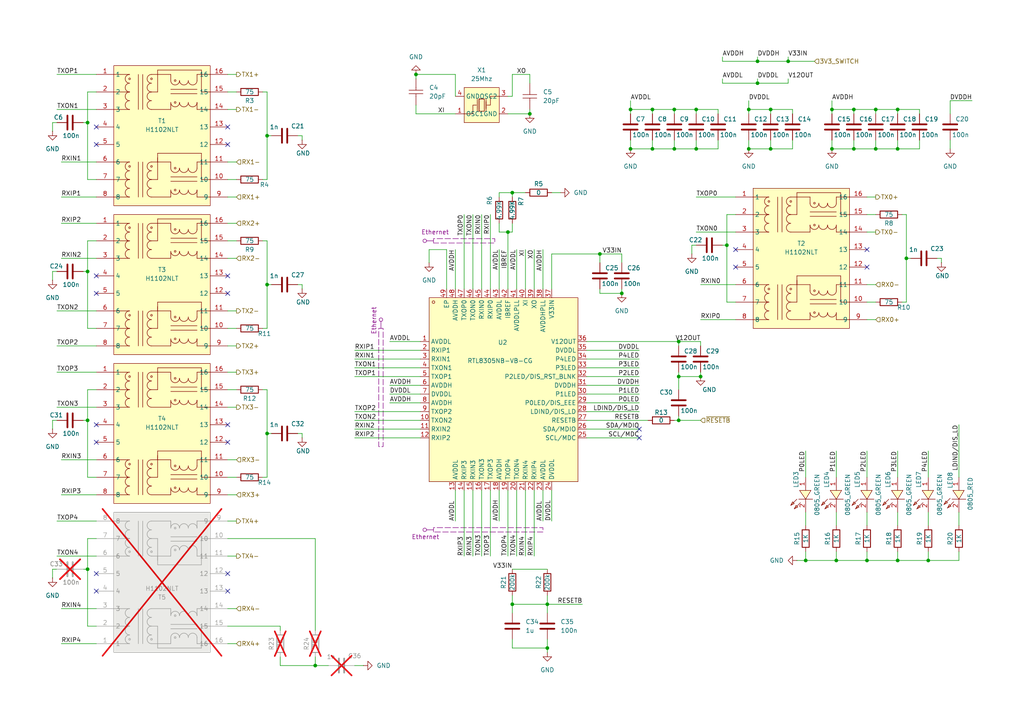
<source format=kicad_sch>
(kicad_sch (version 20250114) (generator "eeschema") (generator_version "9.0")
  (paper "A4")
  (title_block (title "Switch_Ethernet_RTL8305NB") (date "2025-03-21") (rev "1.0") (company "3DResearch"))
  (junction (at 120.65 21.59))
  (junction (at 247.65 31.75))
  (junction (at 173.99 73.66))
  (junction (at 247.65 43.18))
  (junction (at 158.75 187.96))
  (junction (at 196.85 109.22))
  (junction (at 195.58 43.18))
  (junction (at 241.3 43.18))
  (junction (at 254 43.18))
  (junction (at 201.93 43.18))
  (junction (at 147.32 67.31))
  (junction (at 189.23 43.18))
  (junction (at 217.17 31.75))
  (junction (at 241.3 31.75))
  (junction (at 195.58 31.75))
  (junction (at 158.75 175.26))
  (junction (at 260.35 162.56))
  (junction (at 25.4 35.56))
  (junction (at 223.52 31.75))
  (junction (at 153.67 33.02))
  (junction (at 148.59 55.88))
  (junction (at 260.35 43.18))
  (junction (at 242.57 162.56))
  (junction (at 233.68 162.56))
  (junction (at 196.85 99.06))
  (junction (at 189.23 31.75))
  (junction (at 219.71 24.13))
  (junction (at 25.4 78.74))
  (junction (at 25.4 165.1))
  (junction (at 254 31.75))
  (junction (at 210.82 71.12))
  (junction (at 203.2 109.22))
  (junction (at 269.24 162.56))
  (junction (at 148.59 175.26))
  (junction (at 77.47 39.37))
  (junction (at 91.44 193.04))
  (junction (at 201.93 31.75))
  (junction (at 77.47 82.55))
  (junction (at 228.6 17.78))
  (junction (at 25.4 121.92))
  (junction (at 262.89 74.93))
  (junction (at 251.46 162.56))
  (junction (at 77.47 125.73))
  (junction (at 219.71 17.78))
  (junction (at 223.52 43.18))
  (junction (at 182.88 31.75))
  (junction (at 180.34 85.09))
  (junction (at 260.35 31.75))
  (junction (at 196.85 121.92))
  (junction (at 217.17 43.18))
  (junction (at 182.88 43.18))
  (no_connect (at 66.04 36.83))
  (no_connect (at 213.36 77.47))
  (no_connect (at 66.04 123.19))
  (no_connect (at 66.04 85.09))
  (no_connect (at 27.94 166.37))
  (no_connect (at 27.94 171.45))
  (no_connect (at 27.94 123.19))
  (no_connect (at 251.46 77.47))
  (no_connect (at 66.04 128.27))
  (no_connect (at 66.04 80.01))
  (no_connect (at 66.04 41.91))
  (no_connect (at 185.42 127))
  (no_connect (at 27.94 85.09))
  (no_connect (at 66.04 166.37))
  (no_connect (at 213.36 72.39))
  (no_connect (at 27.94 80.01))
  (no_connect (at 251.46 72.39))
  (no_connect (at 66.04 171.45))
  (no_connect (at 185.42 124.46))
  (no_connect (at 27.94 128.27))
  (no_connect (at 27.94 41.91))
  (no_connect (at 27.94 36.83))
  (wire (pts (xy 269.24 152.4) (xy 269.24 148.59)))
  (wire (pts (xy 266.7 43.18) (xy 266.7 40.64)))
  (wire (pts (xy 182.88 40.64) (xy 182.88 43.18)))
  (wire (pts (xy 152.4 72.39) (xy 152.4 83.82)))
  (wire (pts (xy 153.67 21.59) (xy 153.67 24.13)))
  (wire (pts (xy 185.42 111.76) (xy 170.18 111.76)))
  (wire (pts (xy 260.35 40.64) (xy 260.35 43.18)))
  (wire (pts (xy 102.87 124.46) (xy 121.92 124.46)))
  (wire (pts (xy 262.89 74.93) (xy 264.16 74.93)))
  (wire (pts (xy 242.57 162.56) (xy 251.46 162.56)))
  (wire (pts (xy 242.57 152.4) (xy 242.57 148.59)))
  (wire (pts (xy 254 92.71) (xy 251.46 92.71)))
  (wire (pts (xy 266.7 33.02) (xy 266.7 31.75)))
  (wire (pts (xy 229.87 40.64) (xy 229.87 43.18)))
  (wire (pts (xy 91.44 193.04) (xy 95.25 193.04)))
  (wire (pts (xy 27.94 69.85) (xy 25.4 69.85)))
  (wire (pts (xy 102.87 109.22) (xy 121.92 109.22)))
  (wire (pts (xy 17.78 176.53) (xy 27.94 176.53)))
  (wire (pts (xy 16.51 78.74) (xy 15.24 78.74)))
  (wire (pts (xy 148.59 21.59) (xy 153.67 21.59)))
  (wire (pts (xy 275.59 43.18) (xy 275.59 40.64)))
  (wire (pts (xy 142.24 62.23) (xy 142.24 83.82)))
  (wire (pts (xy 200.66 71.12) (xy 200.66 73.66)))
  (wire (pts (xy 113.03 111.76) (xy 121.92 111.76)))
  (wire (pts (xy 124.46 72.39) (xy 124.46 76.2)))
  (wire (pts (xy 247.65 33.02) (xy 247.65 31.75)))
  (wire (pts (xy 147.32 33.02) (xy 153.67 33.02)))
  (wire (pts (xy 203.2 109.22) (xy 203.2 107.95)))
  (wire (pts (xy 25.4 165.1) (xy 25.4 181.61)))
  (wire (pts (xy 144.78 57.15) (xy 144.78 55.88)))
  (wire (pts (xy 278.13 152.4) (xy 278.13 148.59)))
  (wire (pts (xy 208.28 43.18) (xy 201.93 43.18)))
  (wire (pts (xy 189.23 40.64) (xy 189.23 43.18)))
  (wire (pts (xy 132.08 72.39) (xy 132.08 83.82)))
  (wire (pts (xy 254 82.55) (xy 251.46 82.55)))
  (wire (pts (xy 213.36 62.23) (xy 210.82 62.23)))
  (wire (pts (xy 113.03 99.06) (xy 121.92 99.06)))
  (wire (pts (xy 180.34 85.09) (xy 180.34 83.82)))
  (wire (pts (xy 25.4 138.43) (xy 27.94 138.43)))
  (wire (pts (xy 242.57 130.81) (xy 242.57 138.43)))
  (wire (pts (xy 185.42 101.6) (xy 170.18 101.6)))
  (wire (pts (xy 251.46 87.63) (xy 254 87.63)))
  (wire (pts (xy 217.17 31.75) (xy 223.52 31.75)))
  (wire (pts (xy 68.58 46.99) (xy 66.04 46.99)))
  (wire (pts (xy 201.93 31.75) (xy 208.28 31.75)))
  (wire (pts (xy 262.89 74.93) (xy 262.89 87.63)))
  (wire (pts (xy 27.94 156.21) (xy 25.4 156.21)))
  (wire (pts (xy 149.86 142.24) (xy 149.86 161.29)))
  (wire (pts (xy 201.93 71.12) (xy 200.66 71.12)))
  (wire (pts (xy 77.47 82.55) (xy 78.74 82.55)))
  (wire (pts (xy 68.58 90.17) (xy 66.04 90.17)))
  (wire (pts (xy 77.47 125.73) (xy 78.74 125.73)))
  (wire (pts (xy 16.51 21.59) (xy 27.94 21.59)))
  (wire (pts (xy 241.3 29.21) (xy 241.3 31.75)))
  (wire (pts (xy 275.59 29.21) (xy 275.59 33.02)))
  (wire (pts (xy 260.35 130.81) (xy 260.35 138.43)))
  (wire (pts (xy 144.78 72.39) (xy 144.78 83.82)))
  (wire (pts (xy 182.88 43.18) (xy 189.23 43.18)))
  (wire (pts (xy 195.58 33.02) (xy 195.58 31.75)))
  (wire (pts (xy 17.78 74.93) (xy 27.94 74.93)))
  (wire (pts (xy 87.63 39.37) (xy 86.36 39.37)))
  (wire (pts (xy 209.55 24.13) (xy 219.71 24.13)))
  (wire (pts (xy 260.35 33.02) (xy 260.35 31.75)))
  (wire (pts (xy 25.4 52.07) (xy 27.94 52.07)))
  (wire (pts (xy 254 57.15) (xy 251.46 57.15)))
  (wire (pts (xy 66.04 181.61) (xy 81.28 181.61)))
  (wire (pts (xy 132.08 33.02) (xy 120.65 33.02)))
  (wire (pts (xy 254 33.02) (xy 254 31.75)))
  (wire (pts (xy 185.42 116.84) (xy 170.18 116.84)))
  (wire (pts (xy 25.4 121.92) (xy 25.4 138.43)))
  (wire (pts (xy 132.08 27.94) (xy 132.08 21.59)))
  (wire (pts (xy 77.47 113.03) (xy 77.47 125.73)))
  (wire (pts (xy 129.54 72.39) (xy 129.54 83.82)))
  (wire (pts (xy 251.46 162.56) (xy 260.35 162.56)))
  (wire (pts (xy 195.58 43.18) (xy 201.93 43.18)))
  (wire (pts (xy 228.6 22.86) (xy 228.6 24.13)))
  (wire (pts (xy 196.85 107.95) (xy 196.85 109.22)))
  (wire (pts (xy 16.51 107.95) (xy 27.94 107.95)))
  (wire (pts (xy 269.24 130.81) (xy 269.24 138.43)))
  (wire (pts (xy 68.58 161.29) (xy 66.04 161.29)))
  (wire (pts (xy 17.78 133.35) (xy 27.94 133.35)))
  (wire (pts (xy 203.2 82.55) (xy 213.36 82.55)))
  (wire (pts (xy 219.71 16.51) (xy 219.71 17.78)))
  (wire (pts (xy 228.6 17.78) (xy 219.71 17.78)))
  (wire (pts (xy 173.99 73.66) (xy 173.99 76.2)))
  (wire (pts (xy 182.88 29.21) (xy 182.88 31.75)))
  (wire (pts (xy 76.2 113.03) (xy 77.47 113.03)))
  (wire (pts (xy 251.46 160.02) (xy 251.46 162.56)))
  (wire (pts (xy 251.46 152.4) (xy 251.46 148.59)))
  (wire (pts (xy 147.32 67.31) (xy 147.32 83.82)))
  (wire (pts (xy 228.6 24.13) (xy 219.71 24.13)))
  (wire (pts (xy 247.65 40.64) (xy 247.65 43.18)))
  (wire (pts (xy 201.93 57.15) (xy 213.36 57.15)))
  (wire (pts (xy 242.57 160.02) (xy 242.57 162.56)))
  (wire (pts (xy 77.47 26.67) (xy 77.47 39.37)))
  (wire (pts (xy 196.85 99.06) (xy 203.2 99.06)))
  (wire (pts (xy 24.13 121.92) (xy 25.4 121.92)))
  (wire (pts (xy 160.02 73.66) (xy 160.02 83.82)))
  (wire (pts (xy 148.59 55.88) (xy 152.4 55.88)))
  (wire (pts (xy 262.89 62.23) (xy 262.89 74.93)))
  (wire (pts (xy 148.59 165.1) (xy 158.75 165.1)))
  (wire (pts (xy 102.87 101.6) (xy 121.92 101.6)))
  (wire (pts (xy 27.94 26.67) (xy 25.4 26.67)))
  (wire (pts (xy 142.24 142.24) (xy 142.24 161.29)))
  (wire (pts (xy 15.24 121.92) (xy 15.24 124.46)))
  (wire (pts (xy 68.58 74.93) (xy 66.04 74.93)))
  (wire (pts (xy 223.52 33.02) (xy 223.52 31.75)))
  (wire (pts (xy 241.3 31.75) (xy 247.65 31.75)))
  (wire (pts (xy 25.4 35.56) (xy 25.4 52.07)))
  (wire (pts (xy 16.51 161.29) (xy 27.94 161.29)))
  (wire (pts (xy 87.63 125.73) (xy 87.63 127)))
  (wire (pts (xy 266.7 31.75) (xy 260.35 31.75)))
  (wire (pts (xy 91.44 156.21) (xy 91.44 182.88)))
  (wire (pts (xy 16.51 165.1) (xy 15.24 165.1)))
  (wire (pts (xy 260.35 43.18) (xy 266.7 43.18)))
  (wire (pts (xy 25.4 78.74) (xy 25.4 95.25)))
  (wire (pts (xy 148.59 55.88) (xy 148.59 57.15)))
  (wire (pts (xy 273.05 74.93) (xy 273.05 76.2)))
  (wire (pts (xy 231.14 162.56) (xy 233.68 162.56)))
  (wire (pts (xy 132.08 21.59) (xy 120.65 21.59)))
  (wire (pts (xy 153.67 33.02) (xy 153.67 31.75)))
  (wire (pts (xy 66.04 95.25) (xy 68.58 95.25)))
  (wire (pts (xy 15.24 78.74) (xy 15.24 81.28)))
  (wire (pts (xy 210.82 62.23) (xy 210.82 71.12)))
  (wire (pts (xy 139.7 142.24) (xy 139.7 161.29)))
  (wire (pts (xy 76.2 138.43) (xy 77.47 138.43)))
  (wire (pts (xy 208.28 33.02) (xy 208.28 31.75)))
  (wire (pts (xy 278.13 160.02) (xy 278.13 162.56)))
  (wire (pts (xy 147.32 67.31) (xy 148.59 67.31)))
  (wire (pts (xy 87.63 82.55) (xy 86.36 82.55)))
  (wire (pts (xy 185.42 124.46) (xy 170.18 124.46)))
  (wire (pts (xy 16.51 151.13) (xy 27.94 151.13)))
  (wire (pts (xy 233.68 152.4) (xy 233.68 148.59)))
  (wire (pts (xy 185.42 106.68) (xy 170.18 106.68)))
  (wire (pts (xy 273.05 74.93) (xy 271.78 74.93)))
  (wire (pts (xy 185.42 127) (xy 170.18 127)))
  (wire (pts (xy 147.32 142.24) (xy 147.32 161.29)))
  (wire (pts (xy 77.47 125.73) (xy 77.47 138.43)))
  (wire (pts (xy 102.87 127) (xy 121.92 127)))
  (wire (pts (xy 201.93 31.75) (xy 195.58 31.75)))
  (wire (pts (xy 17.78 143.51) (xy 27.94 143.51)))
  (wire (pts (xy 137.16 142.24) (xy 137.16 161.29)))
  (wire (pts (xy 182.88 33.02) (xy 182.88 31.75)))
  (wire (pts (xy 254 67.31) (xy 251.46 67.31)))
  (wire (pts (xy 160.02 151.13) (xy 160.02 142.24)))
  (wire (pts (xy 170.18 121.92) (xy 187.96 121.92)))
  (wire (pts (xy 185.42 109.22) (xy 170.18 109.22)))
  (wire (pts (xy 81.28 190.5) (xy 81.28 193.04)))
  (wire (pts (xy 223.52 43.18) (xy 229.87 43.18)))
  (wire (pts (xy 158.75 172.72) (xy 158.75 175.26)))
  (wire (pts (xy 233.68 162.56) (xy 242.57 162.56)))
  (wire (pts (xy 251.46 62.23) (xy 254 62.23)))
  (wire (pts (xy 217.17 40.64) (xy 217.17 43.18)))
  (wire (pts (xy 16.51 100.33) (xy 27.94 100.33)))
  (wire (pts (xy 162.56 55.88) (xy 160.02 55.88)))
  (wire (pts (xy 17.78 64.77) (xy 27.94 64.77)))
  (wire (pts (xy 24.13 78.74) (xy 25.4 78.74)))
  (wire (pts (xy 260.35 152.4) (xy 260.35 148.59)))
  (wire (pts (xy 254 31.75) (xy 260.35 31.75)))
  (wire (pts (xy 254 43.18) (xy 260.35 43.18)))
  (wire (pts (xy 173.99 85.09) (xy 180.34 85.09)))
  (wire (pts (xy 120.65 33.02) (xy 120.65 30.48)))
  (wire (pts (xy 185.42 119.38) (xy 170.18 119.38)))
  (wire (pts (xy 16.51 31.75) (xy 27.94 31.75)))
  (wire (pts (xy 196.85 120.65) (xy 196.85 121.92)))
  (wire (pts (xy 209.55 16.51) (xy 209.55 17.78)))
  (wire (pts (xy 76.2 26.67) (xy 77.47 26.67)))
  (wire (pts (xy 217.17 29.21) (xy 217.17 31.75)))
  (wire (pts (xy 66.04 138.43) (xy 68.58 138.43)))
  (wire (pts (xy 281.94 29.21) (xy 275.59 29.21)))
  (wire (pts (xy 189.23 31.75) (xy 195.58 31.75)))
  (wire (pts (xy 102.87 119.38) (xy 121.92 119.38)))
  (wire (pts (xy 196.85 121.92) (xy 203.2 121.92)))
  (wire (pts (xy 68.58 64.77) (xy 66.04 64.77)))
  (wire (pts (xy 17.78 57.15) (xy 27.94 57.15)))
  (wire (pts (xy 87.63 39.37) (xy 87.63 40.64)))
  (wire (pts (xy 241.3 43.18) (xy 247.65 43.18)))
  (wire (pts (xy 196.85 109.22) (xy 196.85 113.03)))
  (wire (pts (xy 66.04 156.21) (xy 91.44 156.21)))
  (wire (pts (xy 132.08 151.13) (xy 132.08 142.24)))
  (wire (pts (xy 180.34 73.66) (xy 180.34 76.2)))
  (wire (pts (xy 157.48 151.13) (xy 157.48 142.24)))
  (wire (pts (xy 148.59 67.31) (xy 148.59 64.77)))
  (wire (pts (xy 129.54 72.39) (xy 124.46 72.39)))
  (wire (pts (xy 76.2 95.25) (xy 77.47 95.25)))
  (wire (pts (xy 228.6 16.51) (xy 228.6 17.78)))
  (wire (pts (xy 251.46 130.81) (xy 251.46 138.43)))
  (wire (pts (xy 15.24 165.1) (xy 15.24 167.64)))
  (wire (pts (xy 16.51 90.17) (xy 27.94 90.17)))
  (wire (pts (xy 260.35 160.02) (xy 260.35 162.56)))
  (wire (pts (xy 15.24 35.56) (xy 15.24 38.1)))
  (wire (pts (xy 229.87 33.02) (xy 229.87 31.75)))
  (wire (pts (xy 201.93 43.18) (xy 201.93 40.64)))
  (wire (pts (xy 68.58 107.95) (xy 66.04 107.95)))
  (wire (pts (xy 139.7 62.23) (xy 139.7 83.82)))
  (wire (pts (xy 68.58 100.33) (xy 66.04 100.33)))
  (wire (pts (xy 68.58 186.69) (xy 66.04 186.69)))
  (wire (pts (xy 203.2 92.71) (xy 213.36 92.71)))
  (wire (pts (xy 217.17 43.18) (xy 223.52 43.18)))
  (wire (pts (xy 261.62 62.23) (xy 262.89 62.23)))
  (wire (pts (xy 148.59 185.42) (xy 148.59 187.96)))
  (wire (pts (xy 68.58 143.51) (xy 66.04 143.51)))
  (wire (pts (xy 148.59 175.26) (xy 158.75 175.26)))
  (wire (pts (xy 269.24 160.02) (xy 269.24 162.56)))
  (wire (pts (xy 195.58 121.92) (xy 196.85 121.92)))
  (wire (pts (xy 102.87 104.14) (xy 121.92 104.14)))
  (wire (pts (xy 25.4 69.85) (xy 25.4 78.74)))
  (wire (pts (xy 17.78 46.99) (xy 27.94 46.99)))
  (wire (pts (xy 66.04 69.85) (xy 68.58 69.85)))
  (wire (pts (xy 148.59 177.8) (xy 148.59 175.26)))
  (wire (pts (xy 223.52 40.64) (xy 223.52 43.18)))
  (wire (pts (xy 149.86 72.39) (xy 149.86 83.82)))
  (wire (pts (xy 203.2 99.06) (xy 203.2 100.33)))
  (wire (pts (xy 81.28 181.61) (xy 81.28 182.88)))
  (wire (pts (xy 120.65 21.59) (xy 120.65 22.86)))
  (wire (pts (xy 144.78 151.13) (xy 144.78 142.24)))
  (wire (pts (xy 158.75 187.96) (xy 158.75 185.42)))
  (wire (pts (xy 182.88 31.75) (xy 189.23 31.75)))
  (wire (pts (xy 209.55 22.86) (xy 209.55 24.13)))
  (wire (pts (xy 16.51 35.56) (xy 15.24 35.56)))
  (wire (pts (xy 25.4 156.21) (xy 25.4 165.1)))
  (wire (pts (xy 219.71 24.13) (xy 219.71 22.86)))
  (wire (pts (xy 157.48 72.39) (xy 157.48 83.82)))
  (wire (pts (xy 102.87 121.92) (xy 121.92 121.92)))
  (wire (pts (xy 201.93 33.02) (xy 201.93 31.75)))
  (wire (pts (xy 241.3 40.64) (xy 241.3 43.18)))
  (wire (pts (xy 278.13 123.19) (xy 278.13 138.43)))
  (wire (pts (xy 76.2 69.85) (xy 77.47 69.85)))
  (wire (pts (xy 217.17 33.02) (xy 217.17 31.75)))
  (wire (pts (xy 233.68 160.02) (xy 233.68 162.56)))
  (wire (pts (xy 154.94 72.39) (xy 154.94 83.82)))
  (wire (pts (xy 158.75 175.26) (xy 158.75 177.8)))
  (wire (pts (xy 68.58 31.75) (xy 66.04 31.75)))
  (wire (pts (xy 148.59 187.96) (xy 158.75 187.96)))
  (wire (pts (xy 113.03 116.84) (xy 121.92 116.84)))
  (wire (pts (xy 68.58 176.53) (xy 66.04 176.53)))
  (wire (pts (xy 87.63 125.73) (xy 86.36 125.73)))
  (wire (pts (xy 66.04 26.67) (xy 68.58 26.67)))
  (wire (pts (xy 152.4 142.24) (xy 152.4 161.29)))
  (wire (pts (xy 148.59 27.94) (xy 148.59 21.59)))
  (wire (pts (xy 25.4 113.03) (xy 25.4 121.92)))
  (wire (pts (xy 134.62 142.24) (xy 134.62 161.29)))
  (wire (pts (xy 77.47 82.55) (xy 77.47 95.25)))
  (wire (pts (xy 173.99 83.82) (xy 173.99 85.09)))
  (wire (pts (xy 158.75 189.23) (xy 158.75 187.96)))
  (wire (pts (xy 68.58 133.35) (xy 66.04 133.35)))
  (wire (pts (xy 147.32 27.94) (xy 148.59 27.94)))
  (wire (pts (xy 137.16 62.23) (xy 137.16 83.82)))
  (wire (pts (xy 180.34 73.66) (xy 173.99 73.66)))
  (wire (pts (xy 209.55 17.78) (xy 219.71 17.78)))
  (wire (pts (xy 77.47 39.37) (xy 77.47 52.07)))
  (wire (pts (xy 68.58 21.59) (xy 66.04 21.59)))
  (wire (pts (xy 208.28 40.64) (xy 208.28 43.18)))
  (wire (pts (xy 210.82 87.63) (xy 213.36 87.63)))
  (wire (pts (xy 201.93 67.31) (xy 213.36 67.31)))
  (wire (pts (xy 27.94 113.03) (xy 25.4 113.03)))
  (wire (pts (xy 77.47 39.37) (xy 78.74 39.37)))
  (wire (pts (xy 25.4 26.67) (xy 25.4 35.56)))
  (wire (pts (xy 91.44 193.04) (xy 91.44 190.5)))
  (wire (pts (xy 154.94 142.24) (xy 154.94 161.29)))
  (wire (pts (xy 68.58 118.11) (xy 66.04 118.11)))
  (wire (pts (xy 77.47 52.07) (xy 76.2 52.07)))
  (wire (pts (xy 254 40.64) (xy 254 43.18)))
  (wire (pts (xy 144.78 64.77) (xy 144.78 67.31)))
  (wire (pts (xy 24.13 165.1) (xy 25.4 165.1)))
  (wire (pts (xy 269.24 162.56) (xy 278.13 162.56)))
  (wire (pts (xy 223.52 31.75) (xy 229.87 31.75)))
  (wire (pts (xy 260.35 162.56) (xy 269.24 162.56)))
  (wire (pts (xy 196.85 99.06) (xy 196.85 100.33)))
  (wire (pts (xy 144.78 67.31) (xy 147.32 67.31)))
  (wire (pts (xy 81.28 193.04) (xy 91.44 193.04)))
  (wire (pts (xy 247.65 43.18) (xy 254 43.18)))
  (wire (pts (xy 16.51 118.11) (xy 27.94 118.11)))
  (wire (pts (xy 189.23 33.02) (xy 189.23 31.75)))
  (wire (pts (xy 17.78 186.69) (xy 27.94 186.69)))
  (wire (pts (xy 68.58 151.13) (xy 66.04 151.13)))
  (wire (pts (xy 66.04 113.03) (xy 68.58 113.03)))
  (wire (pts (xy 195.58 40.64) (xy 195.58 43.18)))
  (wire (pts (xy 189.23 43.18) (xy 195.58 43.18)))
  (wire (pts (xy 196.85 109.22) (xy 203.2 109.22)))
  (wire (pts (xy 233.68 130.81) (xy 233.68 138.43)))
  (wire (pts (xy 185.42 114.3) (xy 170.18 114.3)))
  (wire (pts (xy 209.55 71.12) (xy 210.82 71.12)))
  (wire (pts (xy 247.65 31.75) (xy 254 31.75)))
  (wire (pts (xy 68.58 57.15) (xy 66.04 57.15)))
  (wire (pts (xy 144.78 55.88) (xy 148.59 55.88)))
  (wire (pts (xy 168.91 175.26) (xy 158.75 175.26)))
  (wire (pts (xy 173.99 73.66) (xy 160.02 73.66)))
  (wire (pts (xy 25.4 95.25) (xy 27.94 95.25)))
  (wire (pts (xy 210.82 71.12) (xy 210.82 87.63)))
  (wire (pts (xy 261.62 87.63) (xy 262.89 87.63)))
  (wire (pts (xy 241.3 33.02) (xy 241.3 31.75)))
  (wire (pts (xy 148.59 172.72) (xy 148.59 175.26)))
  (wire (pts (xy 102.87 106.68) (xy 121.92 106.68)))
  (wire (pts (xy 66.04 52.07) (xy 68.58 52.07)))
  (wire (pts (xy 77.47 69.85) (xy 77.47 82.55)))
  (wire (pts (xy 228.6 17.78) (xy 236.22 17.78)))
  (wire (pts (xy 113.03 114.3) (xy 121.92 114.3)))
  (wire (pts (xy 24.13 35.56) (xy 25.4 35.56)))
  (wire (pts (xy 196.85 99.06) (xy 170.18 99.06)))
  (wire (pts (xy 105.41 193.04) (xy 102.87 193.04)))
  (wire (pts (xy 25.4 181.61) (xy 27.94 181.61)))
  (wire (pts (xy 185.42 104.14) (xy 170.18 104.14)))
  (wire (pts (xy 87.63 82.55) (xy 87.63 83.82)))
  (wire (pts (xy 16.51 121.92) (xy 15.24 121.92)))
  (wire (pts (xy 134.62 62.23) (xy 134.62 83.82)))
  (label "AVDDL" (at 132.08 151.13 90))
  (label "TXON4" (at 16.51 161.29 0))
  (label "TXON1" (at 16.51 31.75 0))
  (label "V33IN" (at 228.6 16.51 0))
  (label "RXIN2" (at 17.78 74.93 0))
  (label "IBREF" (at 147.32 72.39 270))
  (label "TXON2" (at 16.51 90.17 0))
  (label "TXOP3" (at 142.24 161.29 90))
  (label "TXON0" (at 201.93 67.31 0))
  (label "AVDDL" (at 149.86 72.39 270))
  (label "P0LED" (at 233.68 130.81 270))
  (label "TXOP2" (at 16.51 100.33 0))
  (label "DVDDH" (at 281.94 29.21 180))
  (label "SDA/MDIO" (at 185.42 124.46 180))
  (label "V12OUT" (at 203.2 99.06 180))
  (label "DVDDL" (at 217.17 29.21 0))
  (label "DVDDH" (at 219.71 16.51 0))
  (label "AVDDH" (at 113.03 111.76 0))
  (label "V12OUT" (at 228.6 22.86 0))
  (label "TXON4" (at 149.86 161.29 90))
  (label "DVDDL" (at 219.71 22.86 0))
  (label "TXON2" (at 102.87 121.92 0))
  (label "XI" (at 127 33.02 0))
  (label "RXIP4" (at 154.94 161.29 90))
  (label "LDIND/DIS_LD" (at 278.13 123.19 270))
  (label "TXOP0" (at 201.93 57.15 0))
  (label "P3LED" (at 260.35 130.81 270))
  (label "AVDDH" (at 113.03 116.84 0))
  (label "RXIP3" (at 134.62 161.29 90))
  (label "RXIN3" (at 137.16 161.29 90))
  (label "TXOP1" (at 102.87 109.22 0))
  (label "RXIN3" (at 17.78 133.35 0))
  (label "RXIP1" (at 17.78 57.15 0))
  (label "RXIN4" (at 152.4 161.29 90))
  (label "RXIN2" (at 102.87 124.46 0))
  (label "AVDDL" (at 209.55 22.86 0))
  (label "RESETB" (at 185.42 121.92 180))
  (label "DVDDL" (at 160.02 151.13 90))
  (label "TXON1" (at 102.87 106.68 0))
  (label "P2LED" (at 251.46 130.81 270))
  (label "RXIN1" (at 17.78 46.99 0))
  (label "RXIP0" (at 203.2 92.71 0))
  (label "P4LED" (at 185.42 104.14 180))
  (label "RXIP2" (at 17.78 64.77 0))
  (label "TXON3" (at 16.51 118.11 0))
  (label "TXOP2" (at 102.87 119.38 0))
  (label "P3LED" (at 185.42 106.68 180))
  (label "DVDDH" (at 185.42 111.76 180))
  (label "RXIP2" (at 102.87 127 0))
  (label "LDIND/DIS_LD" (at 185.42 119.38 180))
  (label "V33IN" (at 180.34 73.66 180))
  (label "P1LED" (at 242.57 130.81 270))
  (label "AVDDH" (at 157.48 72.39 270))
  (label "P0LED" (at 185.42 116.84 180))
  (label "RXIP4" (at 17.78 186.69 0))
  (label "TXOP0" (at 134.62 62.23 270))
  (label "TXOP3" (at 16.51 107.95 0))
  (label "RXIP3" (at 17.78 143.51 0))
  (label "V33IN" (at 148.59 165.1 180))
  (label "AVDDL" (at 144.78 72.39 270))
  (label "AVDDL" (at 113.03 99.06 0))
  (label "TXON3" (at 139.7 161.29 90))
  (label "P1LED" (at 185.42 114.3 180))
  (label "XO" (at 154.94 72.39 270))
  (label "TXOP1" (at 16.51 21.59 0))
  (label "RXIP1" (at 102.87 101.6 0))
  (label "DVDDL" (at 113.03 114.3 0))
  (label "AVDDH" (at 209.55 16.51 0))
  (label "AVDDH" (at 144.78 151.13 90))
  (label "DVDDL" (at 185.42 101.6 180))
  (label "TXON0" (at 137.16 62.23 270))
  (label "RXIN0" (at 203.2 82.55 0))
  (label "TXOP4" (at 16.51 151.13 0))
  (label "P4LED" (at 269.24 130.81 270))
  (label "XI" (at 152.4 72.39 270))
  (label "RXIN0" (at 139.7 62.23 270))
  (label "RXIN4" (at 17.78 176.53 0))
  (label "RXIN1" (at 102.87 104.14 0))
  (label "AVDDL" (at 182.88 29.21 0))
  (label "RXIP0" (at 142.24 62.23 270))
  (label "RESETB" (at 168.91 175.26 180))
  (label "AVDDH" (at 241.3 29.21 0))
  (label "AVDDH" (at 132.08 72.39 270))
  (label "SCL/MDC" (at 185.42 127 180))
  (label "TXOP4" (at 147.32 161.29 90))
  (label "P2LED" (at 185.42 109.22 180))
  (label "XO" (at 149.86 21.59 0))
  (label "AVDDL" (at 157.48 151.13 90))
  (hierarchical_label "TX3-" (shape output) (at 68.58 118.11 0))
  (hierarchical_label "TX4+" (shape output) (at 68.58 151.13 0))
  (hierarchical_label "TX0+" (shape output) (at 254 57.15 0))
  (hierarchical_label "RX1+" (shape input) (at 68.58 57.15 0))
  (hierarchical_label "3V3_SWITCH" (shape input) (at 236.22 17.78 0))
  (hierarchical_label "TX0-" (shape output) (at 254 67.31 0))
  (hierarchical_label "RX4-" (shape input) (at 68.58 176.53 0))
  (hierarchical_label "~{RESETB}" (shape input) (at 203.2 121.92 0))
  (hierarchical_label "RX0-" (shape input) (at 254 82.55 0))
  (hierarchical_label "TX1+" (shape output) (at 68.58 21.59 0))
  (hierarchical_label "RX0+" (shape input) (at 254 92.71 0))
  (hierarchical_label "RX4+" (shape input) (at 68.58 186.69 0))
  (hierarchical_label "TX4-" (shape output) (at 68.58 161.29 0))
  (hierarchical_label "RX1-" (shape input) (at 68.58 46.99 0))
  (hierarchical_label "TX1-" (shape output) (at 68.58 31.75 0))
  (hierarchical_label "RX2+" (shape input) (at 68.58 64.77 0))
  (hierarchical_label "TX2+" (shape output) (at 68.58 100.33 0))
  (hierarchical_label "TX2-" (shape output) (at 68.58 90.17 0))
  (hierarchical_label "TX3+" (shape output) (at 68.58 107.95 0))
  (hierarchical_label "RX3-" (shape input) (at 68.58 133.35 0))
  (hierarchical_label "RX2-" (shape input) (at 68.58 74.93 0))
  (hierarchical_label "RX3+" (shape input) (at 68.58 143.51 0))
  (rule_area (polyline (pts (xy 125.73 70.485) (xy 125.73 69.215) (xy 143.51 69.215) (xy 143.51 70.485)) (stroke (width 0) (type dash) (color 132 0 132 1))))
  (rule_area (polyline (pts (xy 109.855 95.25) (xy 111.125 95.25) (xy 111.125 129.54) (xy 109.855 129.54)) (stroke (width 0) (type dash) (color 132 0 132 1))))
  (rule_area (polyline (pts (xy 125.73 154.305) (xy 125.73 153.035) (xy 157.48 153.035) (xy 157.48 154.305)) (stroke (width 0) (type dash) (color 132 0 132 1))))
  (netclass_flag "" (length 2.54) (shape round) (at 125.73 153.67 90) (property "Netclass" "Ethernet" (at 119.38 155.702 0) (effects (justify left))))
  (netclass_flag "" (length 2.54) (shape round) (at 110.49 95.25 0) (property "Netclass" "Ethernet" (at 108.458 88.9 90) (effects (justify right))))
  (netclass_flag "" (length 2.54) (shape round) (at 125.73 69.85 90) (property "Netclass" "Ethernet" (at 122.174 67.31 0) (effects (justify left))))
  (symbol (lib_id "Device:C") (at 173.99 80.01 0) (unit 1)
    (property "Reference" "C25" (at 175.514 77.724 0) (effects (justify left)))
    (property "Value" "100n" (at 174.498 82.296 0) (effects (justify left)))
    (property "Footprint" "Capacitor_SMD:C_0603_1608Metric" (effects (hide yes)))
    (property "LCSC Part" "C14663" (effects (hide yes)))
    (property "LCSC" "C14663" (effects (hide yes)))
    (instances (project "SB2_REV_1" (path "" (reference "C25") (unit 1))) (project "SB2_REV_1" (path "" (reference "C12") (unit 1))) (project "SB2_REV_1" (path "" (reference "C12") (unit 1))))
  )
  (symbol (lib_id "Device:C") (at 229.87 36.83 0) (unit 1)
    (property "Reference" "C14" (at 231.394 34.544 0) (effects (justify left)))
    (property "Value" "100n" (at 230.378 39.116 0) (effects (justify left)))
    (property "Footprint" "Capacitor_SMD:C_0603_1608Metric" (effects (hide yes)))
    (property "LCSC Part" "C14663" (effects (hide yes)))
    (property "LCSC" "C14663" (effects (hide yes)))
    (instances (project "SB2_REV_1" (path "" (reference "C14") (unit 1))) (project "SB2_REV_1" (path "" (reference "C25") (unit 1))) (project "SB2_REV_1" (path "" (reference "C25") (unit 1))))
  )
  (symbol (lib_id "Device:C") (at 20.32 165.1 270) (mirror x) (unit 1) (exclude_from_sim yes) (in_bom no) (on_board no) (dnp yes)
    (property "Reference" "C33" (at 18.288 163.576 90) (effects (justify right)))
    (property "Value" "100n" (at 23.114 168.91 90) (effects (justify right)))
    (property "Footprint" "Capacitor_SMD:C_0603_1608Metric" (effects (hide yes)))
    (property "LCSC Part" "C14663" (effects (hide yes)))
    (instances (project "SB2_REV_1" (path "" (reference "C33") (unit 1))) (project "SB2_REV_1" (path "" (reference "C5") (unit 1))) (project "SB2_REV_1" (path "" (reference "C5") (unit 1))))
  )
  (symbol (lib_id "Device:C") (at 20.32 121.92 270) (mirror x) (unit 1)
    (property "Reference" "C31" (at 18.288 120.396 90) (effects (justify right)))
    (property "Value" "100n" (at 23.114 125.73 90) (effects (justify right)))
    (property "Footprint" "Capacitor_SMD:C_0603_1608Metric" (effects (hide yes)))
    (property "LCSC Part" "C14663" (effects (hide yes)))
    (property "LCSC" "C14663" (effects (hide yes)))
    (instances (project "SB2_REV_1" (path "" (reference "C31") (unit 1))) (project "SB2_REV_1" (path "" (reference "C2") (unit 1))) (project "SB2_REV_1" (path "" (reference "C2") (unit 1))))
  )
  (symbol (lib_id "Device:R") (at 251.46 156.21 180) (unit 1)
    (property "Reference" "R17" (at 248.92 156.21 90))
    (property "Value" "1K" (at 251.46 156.21 90))
    (property "Footprint" "Resistor_SMD:R_0603_1608Metric" (effects (hide yes)))
    (property "LCSC Part" "C21190" (effects (hide yes)))
    (property "LCSC" "C21190" (effects (hide yes)))
  )
  (symbol (lib_id "jlcpcb_parts:RTL8305NB-VB-CG") (at 146.05 113.03 0) (unit 1)
    (property "Reference" "U2" (at 145.796 99.314 0))
    (property "Value" "RTL8305NB-VB-CG" (at 145.034 104.648 0))
    (property "Footprint" "easyeda2kicad:QFN-48_L6.0-W6.0-P0.40-TL-EP4.4" (effects (hide yes)))
    (property "LCSC Part" "C3010343" (effects (hide yes)))
    (property "LCSC" "C3010343" (effects (hide yes)))
    (instances (project "" (path "" (reference "U2") (unit 1))) (project "" (path "" (reference "U5") (unit 1))) (project "" (path "" (reference "U5") (unit 1))))
  )
  (symbol (lib_id "easyeda2kicad:0805G(Green)") (at 233.68 143.51 90) (unit 1)
    (property "Reference" "LED3" (at 230.886 136.652 0) (effects (justify right)))
    (property "Value" "0805_GREEN" (at 236.982 137.414 0) (effects (justify right)))
    (property "Footprint" "easyeda2kicad:LED0805-R-RD" (effects (hide yes)))
    (property "Datasheet" "https://lcsc.com/product-detail/Light-Emitting-Diodes-LED_Green-0805-Highlighted_C2297.html" (effects (hide yes)))
    (property "LCSC Part" "C2297" (effects (hide yes)))
    (property "LCSC" "C2297" (effects (hide yes)))
  )
  (symbol (lib_id "Device:C") (at 82.55 125.73 270) (mirror x) (unit 1)
    (property "Reference" "C32" (at 86.36 122.936 90))
    (property "Value" "1n" (at 79.502 123.19 90))
    (property "Footprint" "Capacitor_SMD:C_0603_1608Metric" (effects (hide yes)))
    (property "LCSC Part" "C1588" (effects (hide yes)))
    (property "LCSC" "C1588" (effects (hide yes)))
  )
  (symbol (lib_id "Device:C") (at 182.88 36.83 0) (unit 1)
    (property "Reference" "C7" (at 184.404 34.544 0) (effects (justify left)))
    (property "Value" "100n" (at 183.388 39.116 0) (effects (justify left)))
    (property "Footprint" "Capacitor_SMD:C_0603_1608Metric" (effects (hide yes)))
    (property "LCSC Part" "C14663" (effects (hide yes)))
    (property "LCSC" "C14663" (effects (hide yes)))
    (instances (project "SB2_REV_1" (path "" (reference "C7") (unit 1))) (project "SB2_REV_1" (path "" (reference "C14") (unit 1))) (project "SB2_REV_1" (path "" (reference "C14") (unit 1))))
  )
  (symbol (lib_id "Device:C") (at 267.97 74.93 270) (mirror x) (unit 1)
    (property "Reference" "C23" (at 271.78 72.136 90))
    (property "Value" "1n" (at 264.922 72.39 90))
    (property "Footprint" "Capacitor_SMD:C_0603_1608Metric" (effects (hide yes)))
    (property "LCSC Part" "C1588" (effects (hide yes)))
    (property "LCSC" "C1588" (effects (hide yes)))
  )
  (symbol (lib_id "Device:C") (at 158.75 181.61 0) (unit 1)
    (property "Reference" "C35" (at 162.56 180.34 0) (effects (justify left)))
    (property "Value" "100n" (at 162.56 182.88 0) (effects (justify left)))
    (property "Footprint" "Capacitor_SMD:C_0603_1608Metric" (effects (hide yes)))
    (property "LCSC Part" "C14663" (effects (hide yes)))
    (property "LCSC" "C14663" (effects (hide yes)))
    (instances (project "SB2_REV_1" (path "" (reference "C35") (unit 1))) (project "SB2_REV_1" (path "" (reference "C22") (unit 1))) (project "SB2_REV_1" (path "" (reference "C22") (unit 1))))
  )
  (symbol (lib_id "power:GND") (at 120.65 21.59 180) (unit 1)
    (property "Reference" "#PWR027" (effects (hide yes)))
    (property "Value" "GND" (at 120.65 16.51 0))
    (property "Description" "Power symbol creates a global label with name \"GND\" , ground" (effects (hide yes)))
    (instances (project "SB2_REV_1" (path "" (reference "#PWR027") (unit 1))) (project "SB2_REV_1" (path "" (reference "#PWR016") (unit 1))) (project "SB2_REV_1" (path "" (reference "#PWR016") (unit 1))))
  )
  (symbol (lib_id "power:GND") (at 162.56 55.88 90) (unit 1)
    (property "Reference" "#PWR035" (effects (hide yes)))
    (property "Value" "GND" (at 166.37 55.8799 90) (effects (justify right)))
    (property "Description" "Power symbol creates a global label with name \"GND\" , ground" (effects (hide yes)))
    (instances (project "SB2_REV_1" (path "" (reference "#PWR035") (unit 1))) (project "SB2_REV_1" (path "" (reference "#PWR020") (unit 1))) (project "SB2_REV_1" (path "" (reference "#PWR020") (unit 1))))
  )
  (symbol (lib_id "Device:R") (at 72.39 52.07 270) (unit 1)
    (property "Reference" "R4" (at 76.708 53.594 90))
    (property "Value" "75" (at 72.39 52.07 90))
    (property "Footprint" "Resistor_SMD:R_0603_1608Metric" (effects (hide yes)))
    (property "LCSC Part" "C4275" (effects (hide yes)))
    (property "LCSC" "C4275" (effects (hide yes)))
    (instances (project "SB2_REV_1" (path "" (reference "R4") (unit 1))) (project "SB2_REV_1" (path "" (reference "R5") (unit 1))) (project "SB2_REV_1" (path "" (reference "R5") (unit 1))))
  )
  (symbol (lib_id "power:GND") (at 158.75 189.23 0) (unit 1)
    (property "Reference" "#PWR047" (effects (hide yes)))
    (property "Value" "GND" (at 158.75 194.31 0))
    (property "Description" "Power symbol creates a global label with name \"GND\" , ground" (effects (hide yes)))
    (instances (project "" (path "" (reference "#PWR047") (unit 1))) (project "" (path "" (reference "#PWR025") (unit 1))) (project "" (path "" (reference "#PWR025") (unit 1))))
  )
  (symbol (lib_id "Device:C") (at 195.58 36.83 0) (unit 1)
    (property "Reference" "C9" (at 197.104 34.544 0) (effects (justify left)))
    (property "Value" "100n" (at 196.088 39.116 0) (effects (justify left)))
    (property "Footprint" "Capacitor_SMD:C_0603_1608Metric" (effects (hide yes)))
    (property "LCSC Part" "C14663" (effects (hide yes)))
    (property "LCSC" "C14663" (effects (hide yes)))
    (instances (project "SB2_REV_1" (path "" (reference "C9") (unit 1))) (project "SB2_REV_1" (path "" (reference "C17") (unit 1))) (project "SB2_REV_1" (path "" (reference "C17") (unit 1))))
  )
  (symbol (lib_id "Device:R") (at 148.59 60.96 0) (unit 1)
    (property "Reference" "R7" (at 151.13 58.42 90))
    (property "Value" "4.99K" (at 148.59 60.96 90))
    (property "Footprint" "Resistor_SMD:R_0603_1608Metric" (effects (hide yes)))
    (property "LCSC Part" "C23046" (effects (hide yes)))
    (property "LCSC" "C23046" (effects (hide yes)))
    (instances (project "SB2_REV_1" (path "" (reference "R7") (unit 1))) (project "SB2_REV_1" (path "" (reference "R14") (unit 1))) (project "SB2_REV_1" (path "" (reference "R14") (unit 1))))
  )
  (symbol (lib_id "easyeda2kicad:0805G(Green)") (at 269.24 143.51 90) (unit 1)
    (property "Reference" "LED7" (at 266.446 136.652 0) (effects (justify right)))
    (property "Value" "0805_GREEN" (at 272.542 137.414 0) (effects (justify right)))
    (property "Footprint" "easyeda2kicad:LED0805-R-RD" (effects (hide yes)))
    (property "Datasheet" "https://lcsc.com/product-detail/Light-Emitting-Diodes-LED_Green-0805-Highlighted_C2297.html" (effects (hide yes)))
    (property "LCSC Part" "C2297" (effects (hide yes)))
    (property "LCSC" "C2297" (effects (hide yes)))
  )
  (symbol (lib_id "Device:C") (at 189.23 36.83 0) (unit 1)
    (property "Reference" "C8" (at 190.754 34.544 0) (effects (justify left)))
    (property "Value" "100n" (at 189.738 39.116 0) (effects (justify left)))
    (property "Footprint" "Capacitor_SMD:C_0603_1608Metric" (effects (hide yes)))
    (property "LCSC Part" "C14663" (effects (hide yes)))
    (property "LCSC" "C14663" (effects (hide yes)))
    (instances (project "SB2_REV_1" (path "" (reference "C8") (unit 1))) (project "SB2_REV_1" (path "" (reference "C15") (unit 1))) (project "SB2_REV_1" (path "" (reference "C15") (unit 1))))
  )
  (symbol (lib_id "easyeda2kicad:FC-2012HRK-620D") (at 278.13 143.51 90) (unit 1)
    (property "Reference" "LED8" (at 275.59 141.732 0) (effects (justify left)))
    (property "Value" "0805_RED" (at 281.432 148.082 0) (effects (justify left)))
    (property "Footprint" "easyeda2kicad:LED0805-R-RD" (effects (hide yes)))
    (property "Datasheet" "https://lcsc.com/product-detail/Light-Emitting-Diodes-LED_Red-LED-SMDLED-80-180mcd_C84256.html" (effects (hide yes)))
    (property "LCSC Part" "C84256" (effects (hide yes)))
    (property "LCSC" "C84256" (effects (hide yes)))
  )
  (symbol (lib_id "Device:R") (at 72.39 138.43 270) (unit 1)
    (property "Reference" "R14" (at 76.708 139.954 90))
    (property "Value" "75" (at 72.39 138.43 90))
    (property "Footprint" "Resistor_SMD:R_0603_1608Metric" (effects (hide yes)))
    (property "LCSC Part" "C4275" (effects (hide yes)))
    (property "LCSC" "C4275" (effects (hide yes)))
  )
  (symbol (lib_id "power:GND") (at 87.63 83.82 0) (unit 1)
    (property "Reference" "#PWR040" (effects (hide yes)))
    (property "Value" "GND" (at 85.852 87.63 0) (effects (justify left)))
    (property "Description" "Power symbol creates a global label with name \"GND\" , ground" (effects (hide yes)))
  )
  (symbol (lib_id "jlcpcb_parts:H1102NLT") (at 45.72 176.53 0) (mirror x) (unit 1) (exclude_from_sim yes) (in_bom no) (on_board no) (dnp yes)
    (property "Reference" "T5" (at 46.99 173.228 0))
    (property "Value" "H1102NLT" (at 46.99 170.688 0))
    (property "Footprint" "easyeda2kicad:XFMR-SMD_H1102NLT" (effects (hide yes)))
    (property "Datasheet" "https://lcsc.com/product-detail/RJ45-Transformer_H1102NLT_C18584.html" (effects (hide yes)))
    (property "LCSC Part" "C18584" (effects (hide yes)))
    (instances (project "SB2_REV_1" (path "" (reference "T5") (unit 1))) (project "SB2_REV_1" (path "" (reference "T4") (unit 1))) (project "SB2_REV_1" (path "" (reference "T4") (unit 1))))
  )
  (symbol (lib_id "Device:R") (at 72.39 26.67 270) (unit 1)
    (property "Reference" "R3" (at 72.39 29.21 90))
    (property "Value" "75" (at 72.39 26.67 90))
    (property "Footprint" "Resistor_SMD:R_0603_1608Metric" (effects (hide yes)))
    (property "LCSC Part" "C4275" (effects (hide yes)))
    (property "LCSC" "C4275" (effects (hide yes)))
    (instances (project "SB2_REV_1" (path "" (reference "R3") (unit 1))) (project "SB2_REV_1" (path "" (reference "R9") (unit 1))) (project "SB2_REV_1" (path "" (reference "R9") (unit 1))))
  )
  (symbol (lib_id "power:GND") (at 275.59 43.18 0) (unit 1)
    (property "Reference" "#PWR034" (effects (hide yes)))
    (property "Value" "GND" (at 275.59 48.26 0))
    (property "Description" "Power symbol creates a global label with name \"GND\" , ground" (effects (hide yes)))
    (instances (project "SB2_REV_1" (path "" (reference "#PWR034") (unit 1))) (project "SB2_REV_1" (path "" (reference "#PWR029") (unit 1))) (project "SB2_REV_1" (path "" (reference "#PWR029") (unit 1))))
  )
  (symbol (lib_id "Device:C") (at 82.55 39.37 270) (mirror x) (unit 1)
    (property "Reference" "C21" (at 86.36 36.576 90))
    (property "Value" "1n" (at 79.502 36.83 90))
    (property "Footprint" "Capacitor_SMD:C_0603_1608Metric" (effects (hide yes)))
    (property "LCSC Part" "C1588" (effects (hide yes)))
    (property "LCSC" "C1588" (effects (hide yes)))
    (instances (project "SB2_REV_1" (path "" (reference "C21") (unit 1))) (project "SB2_REV_1" (path "" (reference "C8") (unit 1))) (project "SB2_REV_1" (path "" (reference "C8") (unit 1))))
  )
  (symbol (lib_id "power:GND") (at 203.2 109.22 0) (unit 1)
    (property "Reference" "#PWR042" (effects (hide yes)))
    (property "Value" "GND" (at 205.74 113.03 0))
    (property "Description" "Power symbol creates a global label with name \"GND\" , ground" (effects (hide yes)))
    (instances (project "SB2_REV_1" (path "" (reference "#PWR042") (unit 1))) (project "SB2_REV_1" (path "" (reference "#PWR024") (unit 1))) (project "SB2_REV_1" (path "" (reference "#PWR024") (unit 1))))
  )
  (symbol (lib_id "Device:R") (at 242.57 156.21 180) (unit 1)
    (property "Reference" "R16" (at 240.03 156.21 90))
    (property "Value" "1K" (at 242.57 156.21 90))
    (property "Footprint" "Resistor_SMD:R_0603_1608Metric" (effects (hide yes)))
    (property "LCSC Part" "C21190" (effects (hide yes)))
    (property "LCSC" "C21190" (effects (hide yes)))
  )
  (symbol (lib_id "Device:R") (at 91.44 186.69 180) (unit 1) (exclude_from_sim yes) (in_bom no) (on_board no) (dnp yes)
    (property "Reference" "R24" (at 88.9 186.69 90))
    (property "Value" "75" (at 91.44 186.69 90))
    (property "Footprint" "Resistor_SMD:R_0603_1608Metric" (effects (hide yes)))
    (property "LCSC Part" "C4275" (effects (hide yes)))
    (instances (project "SB2_REV_1" (path "" (reference "R24") (unit 1))) (project "SB2_REV_1" (path "" (reference "R6") (unit 1))) (project "SB2_REV_1" (path "" (reference "R6") (unit 1))))
  )
  (symbol (lib_id "power:GND") (at 273.05 76.2 0) (unit 1)
    (property "Reference" "#PWR038" (effects (hide yes)))
    (property "Value" "GND" (at 271.272 80.01 0) (effects (justify left)))
    (property "Description" "Power symbol creates a global label with name \"GND\" , ground" (effects (hide yes)))
  )
  (symbol (lib_id "jlcpcb_parts:CL10C200JB8NNNC") (at 153.67 27.94 90) (unit 1)
    (property "Reference" "C5" (at 157.48 26.6699 90) (effects (justify right)))
    (property "Value" "20pF" (at 157.48 29.2099 90) (effects (justify right)))
    (property "Footprint" "Capacitor_SMD:C_0603_1608Metric" (effects (hide yes)))
    (property "Datasheet" "https://lcsc.com/product-detail/Multilayer-Ceramic-Capacitors-MLCC-SMD-SMT_SAMSUNG_CL10C200JB8NNNC_20pF-200-5-50V_C1648.html" (effects (hide yes)))
    (property "LCSC Part" "C1648" (effects (hide yes)))
    (property "LCSC" "C1648" (effects (hide yes)))
    (instances (project "SB2_REV_1" (path "" (reference "C5") (unit 1))) (project "SB2_REV_1" (path "" (reference "C11") (unit 1))) (project "SB2_REV_1" (path "" (reference "C11") (unit 1))))
  )
  (symbol (lib_id "power:GND") (at 241.3 43.18 0) (unit 1)
    (property "Reference" "#PWR033" (effects (hide yes)))
    (property "Value" "GND" (at 241.3 48.26 0))
    (property "Description" "Power symbol creates a global label with name \"GND\" , ground" (effects (hide yes)))
    (instances (project "SB2_REV_1" (path "" (reference "#PWR033") (unit 1))) (project "SB2_REV_1" (path "" (reference "#PWR027") (unit 1))) (project "SB2_REV_1" (path "" (reference "#PWR027") (unit 1))))
  )
  (symbol (lib_id "Device:R") (at 257.81 87.63 270) (unit 1)
    (property "Reference" "R10" (at 262.128 89.154 90))
    (property "Value" "75" (at 257.81 87.63 90))
    (property "Footprint" "Resistor_SMD:R_0603_1608Metric" (effects (hide yes)))
    (property "LCSC Part" "C4275" (effects (hide yes)))
    (property "LCSC" "C4275" (effects (hide yes)))
  )
  (symbol (lib_id "Device:C") (at 148.59 181.61 0) (unit 1)
    (property "Reference" "C34" (at 152.4 180.34 0) (effects (justify left)))
    (property "Value" "1u" (at 152.4 182.88 0) (effects (justify left)))
    (property "Footprint" "Capacitor_SMD:C_0603_1608Metric" (effects (hide yes)))
    (property "LCSC Part" "C15849" (effects (hide yes)))
    (property "LCSC" "C15849" (effects (hide yes)))
    (instances (project "SB2_REV_1" (path "" (reference "C34") (unit 1))) (project "SB2_REV_1" (path "" (reference "C18") (unit 1))) (project "SB2_REV_1" (path "" (reference "C18") (unit 1))))
  )
  (symbol (lib_id "jlcpcb_parts:H1102NLT") (at 45.72 31.75 0) (unit 1)
    (property "Reference" "T1" (at 46.99 35.052 0))
    (property "Value" "H1102NLT" (at 46.99 37.592 0))
    (property "Footprint" "easyeda2kicad:XFMR-SMD_H1102NLT" (effects (hide yes)))
    (property "Datasheet" "https://lcsc.com/product-detail/RJ45-Transformer_H1102NLT_C18584.html" (effects (hide yes)))
    (property "LCSC Part" "C18584" (effects (hide yes)))
    (property "LCSC" "C18584" (effects (hide yes)))
    (instances (project "" (path "" (reference "T1") (unit 1))) (project "" (path "" (reference "T3") (unit 1))) (project "" (path "" (reference "T3") (unit 1))))
  )
  (symbol (lib_id "Device:C") (at 203.2 104.14 0) (unit 1)
    (property "Reference" "C29" (at 204.724 101.854 0) (effects (justify left)))
    (property "Value" "100n" (at 203.708 106.426 0) (effects (justify left)))
    (property "Footprint" "Capacitor_SMD:C_0603_1608Metric" (effects (hide yes)))
    (property "LCSC Part" "C14663" (effects (hide yes)))
    (property "LCSC" "C14663" (effects (hide yes)))
    (instances (project "SB2_REV_1" (path "" (reference "C29") (unit 1))) (project "SB2_REV_1" (path "" (reference "C19") (unit 1))) (project "SB2_REV_1" (path "" (reference "C19") (unit 1))))
  )
  (symbol (lib_id "easyeda2kicad:0805G(Green)") (at 242.57 143.51 90) (unit 1)
    (property "Reference" "LED4" (at 239.776 136.652 0) (effects (justify right)))
    (property "Value" "0805_GREEN" (at 245.872 137.414 0) (effects (justify right)))
    (property "Footprint" "easyeda2kicad:LED0805-R-RD" (effects (hide yes)))
    (property "Datasheet" "https://lcsc.com/product-detail/Light-Emitting-Diodes-LED_Green-0805-Highlighted_C2297.html" (effects (hide yes)))
    (property "LCSC Part" "C2297" (effects (hide yes)))
    (property "LCSC" "C2297" (effects (hide yes)))
  )
  (symbol (lib_id "power:GND") (at 200.66 73.66 0) (unit 1)
    (property "Reference" "#PWR036" (effects (hide yes)))
    (property "Value" "GND" (at 200.66 78.74 0))
    (property "Description" "Power symbol creates a global label with name \"GND\" , ground" (effects (hide yes)))
    (instances (project "SB2_REV_1" (path "" (reference "#PWR036") (unit 1))) (project "SB2_REV_1" (path "" (reference "#PWR023") (unit 1))) (project "SB2_REV_1" (path "" (reference "#PWR023") (unit 1))))
  )
  (symbol (lib_id "Device:R") (at 148.59 168.91 180) (unit 1)
    (property "Reference" "R21" (at 146.05 168.91 90))
    (property "Value" "200k" (at 148.59 168.91 90))
    (property "Footprint" "Resistor_SMD:R_0603_1608Metric" (effects (hide yes)))
    (property "LCSC Part" "C25811" (effects (hide yes)))
    (property "LCSC" "C25811" (effects (hide yes)))
    (instances (project "SB2_REV_1" (path "" (reference "R21") (unit 1))) (project "SB2_REV_1" (path "" (reference "R19") (unit 1))) (project "SB2_REV_1" (path "" (reference "R19") (unit 1))))
  )
  (symbol (lib_id "Device:R") (at 158.75 168.91 180) (unit 1)
    (property "Reference" "R22" (at 156.21 168.91 90))
    (property "Value" "200k" (at 158.75 168.91 90))
    (property "Footprint" "Resistor_SMD:R_0603_1608Metric" (effects (hide yes)))
    (property "LCSC Part" "C25811" (effects (hide yes)))
    (property "LCSC" "C25811" (effects (hide yes)))
    (instances (project "SB2_REV_1" (path "" (reference "R22") (unit 1))) (project "SB2_REV_1" (path "" (reference "R20") (unit 1))) (project "SB2_REV_1" (path "" (reference "R20") (unit 1))))
  )
  (symbol (lib_id "Device:R") (at 72.39 69.85 270) (unit 1)
    (property "Reference" "R9" (at 72.39 72.39 90))
    (property "Value" "75" (at 72.39 69.85 90))
    (property "Footprint" "Resistor_SMD:R_0603_1608Metric" (effects (hide yes)))
    (property "LCSC Part" "C4275" (effects (hide yes)))
    (property "LCSC" "C4275" (effects (hide yes)))
  )
  (symbol (lib_id "Device:R") (at 260.35 156.21 180) (unit 1)
    (property "Reference" "R18" (at 257.81 156.21 90))
    (property "Value" "1K" (at 260.35 156.21 90))
    (property "Footprint" "Resistor_SMD:R_0603_1608Metric" (effects (hide yes)))
    (property "LCSC Part" "C21190" (effects (hide yes)))
    (property "LCSC" "C21190" (effects (hide yes)))
  )
  (symbol (lib_id "Device:C") (at 275.59 36.83 0) (unit 1)
    (property "Reference" "C20" (at 277.114 34.544 0) (effects (justify left)))
    (property "Value" "100n" (at 276.098 39.116 0) (effects (justify left)))
    (property "Footprint" "Capacitor_SMD:C_0603_1608Metric" (effects (hide yes)))
    (property "LCSC Part" "C14663" (effects (hide yes)))
    (property "LCSC" "C14663" (effects (hide yes)))
    (instances (project "SB2_REV_1" (path "" (reference "C20") (unit 1))) (project "SB2_REV_1" (path "" (reference "C31") (unit 1))) (project "SB2_REV_1" (path "" (reference "C31") (unit 1))))
  )
  (symbol (lib_id "power:GND") (at 15.24 81.28 0) (unit 1)
    (property "Reference" "#PWR039" (effects (hide yes)))
    (property "Value" "GND" (at 15.24 86.36 0))
    (property "Description" "Power symbol creates a global label with name \"GND\" , ground" (effects (hide yes)))
    (instances (project "SB2_REV_1" (path "" (reference "#PWR039") (unit 1))) (project "SB2_REV_1" (path "" (reference "#PWR09") (unit 1))) (project "SB2_REV_1" (path "" (reference "#PWR09") (unit 1))))
  )
  (symbol (lib_id "power:GND") (at 15.24 38.1 0) (unit 1)
    (property "Reference" "#PWR029" (effects (hide yes)))
    (property "Value" "GND" (at 15.24 43.18 0))
    (property "Description" "Power symbol creates a global label with name \"GND\" , ground" (effects (hide yes)))
    (instances (project "SB2_REV_1" (path "" (reference "#PWR029") (unit 1))) (project "SB2_REV_1" (path "" (reference "#PWR08") (unit 1))) (project "SB2_REV_1" (path "" (reference "#PWR08") (unit 1))))
  )
  (symbol (lib_id "Device:C") (at 20.32 35.56 270) (mirror x) (unit 1)
    (property "Reference" "C6" (at 18.288 34.036 90) (effects (justify right)))
    (property "Value" "100n" (at 23.114 39.37 90) (effects (justify right)))
    (property "Footprint" "Capacitor_SMD:C_0603_1608Metric" (effects (hide yes)))
    (property "LCSC Part" "C14663" (effects (hide yes)))
    (property "LCSC" "C14663" (effects (hide yes)))
    (instances (project "SB2_REV_1" (path "" (reference "C6") (unit 1))) (project "SB2_REV_1" (path "" (reference "C4") (unit 1))) (project "SB2_REV_1" (path "" (reference "C4") (unit 1))))
  )
  (symbol (lib_id "power:GND") (at 15.24 124.46 0) (unit 1)
    (property "Reference" "#PWR043" (effects (hide yes)))
    (property "Value" "GND" (at 15.24 129.54 0))
    (property "Description" "Power symbol creates a global label with name \"GND\" , ground" (effects (hide yes)))
    (instances (project "SB2_REV_1" (path "" (reference "#PWR043") (unit 1))) (project "SB2_REV_1" (path "" (reference "#PWR010") (unit 1))) (project "SB2_REV_1" (path "" (reference "#PWR010") (unit 1))))
  )
  (symbol (lib_id "Device:C") (at 266.7 36.83 0) (unit 1)
    (property "Reference" "C19" (at 268.224 34.544 0) (effects (justify left)))
    (property "Value" "100n" (at 267.208 39.116 0) (effects (justify left)))
    (property "Footprint" "Capacitor_SMD:C_0603_1608Metric" (effects (hide yes)))
    (property "LCSC Part" "C14663" (effects (hide yes)))
    (property "LCSC" "C14663" (effects (hide yes)))
    (instances (project "SB2_REV_1" (path "" (reference "C19") (unit 1))) (project "SB2_REV_1" (path "" (reference "C30") (unit 1))) (project "SB2_REV_1" (path "" (reference "C30") (unit 1))))
  )
  (symbol (lib_id "easyeda2kicad:0805G(Green)") (at 251.46 143.51 90) (unit 1)
    (property "Reference" "LED5" (at 248.666 136.652 0) (effects (justify right)))
    (property "Value" "0805_GREEN" (at 254.762 137.414 0) (effects (justify right)))
    (property "Footprint" "easyeda2kicad:LED0805-R-RD" (effects (hide yes)))
    (property "Datasheet" "https://lcsc.com/product-detail/Light-Emitting-Diodes-LED_Green-0805-Highlighted_C2297.html" (effects (hide yes)))
    (property "LCSC Part" "C2297" (effects (hide yes)))
    (property "LCSC" "C2297" (effects (hide yes)))
  )
  (symbol (lib_id "jlcpcb_parts:H1102NLT") (at 231.14 67.31 0) (unit 1)
    (property "Reference" "T2" (at 232.41 70.612 0))
    (property "Value" "H1102NLT" (at 232.41 73.152 0))
    (property "Footprint" "easyeda2kicad:XFMR-SMD_H1102NLT" (effects (hide yes)))
    (property "Datasheet" "https://lcsc.com/product-detail/RJ45-Transformer_H1102NLT_C18584.html" (effects (hide yes)))
    (property "LCSC Part" "C18584" (effects (hide yes)))
    (property "LCSC" "C18584" (effects (hide yes)))
    (instances (project "SB2_REV_1" (path "" (reference "T2") (unit 1))) (project "SB2_REV_1" (path "" (reference "T5") (unit 1))) (project "SB2_REV_1" (path "" (reference "T5") (unit 1))))
  )
  (symbol (lib_id "power:GND") (at 217.17 43.18 0) (unit 1)
    (property "Reference" "#PWR032" (effects (hide yes)))
    (property "Value" "GND" (at 217.17 48.26 0))
    (property "Description" "Power symbol creates a global label with name \"GND\" , ground" (effects (hide yes)))
    (instances (project "SB2_REV_1" (path "" (reference "#PWR032") (unit 1))) (project "SB2_REV_1" (path "" (reference "#PWR026") (unit 1))) (project "SB2_REV_1" (path "" (reference "#PWR026") (unit 1))))
  )
  (symbol (lib_id "power:GND") (at 105.41 193.04 90) (unit 1)
    (property "Reference" "#PWR048" (effects (hide yes)))
    (property "Value" "GND" (at 109.22 193.0401 90) (effects (justify right)))
    (property "Description" "Power symbol creates a global label with name \"GND\" , ground" (effects (hide yes)))
    (instances (project "SB2_REV_1" (path "" (reference "#PWR048") (unit 1))) (project "SB2_REV_1" (path "" (reference "#PWR015") (unit 1))) (project "SB2_REV_1" (path "" (reference "#PWR015") (unit 1))))
  )
  (symbol (lib_id "Device:C") (at 201.93 36.83 0) (unit 1)
    (property "Reference" "C10" (at 203.454 34.544 0) (effects (justify left)))
    (property "Value" "100n" (at 202.438 39.116 0) (effects (justify left)))
    (property "Footprint" "Capacitor_SMD:C_0603_1608Metric" (effects (hide yes)))
    (property "LCSC Part" "C14663" (effects (hide yes)))
    (property "LCSC" "C14663" (effects (hide yes)))
    (instances (project "SB2_REV_1" (path "" (reference "C10") (unit 1))) (project "SB2_REV_1" (path "" (reference "C20") (unit 1))) (project "SB2_REV_1" (path "" (reference "C20") (unit 1))))
  )
  (symbol (lib_id "Device:C") (at 254 36.83 0) (unit 1)
    (property "Reference" "C17" (at 255.524 34.544 0) (effects (justify left)))
    (property "Value" "100n" (at 254.508 39.116 0) (effects (justify left)))
    (property "Footprint" "Capacitor_SMD:C_0603_1608Metric" (effects (hide yes)))
    (property "LCSC Part" "C14663" (effects (hide yes)))
    (property "LCSC" "C14663" (effects (hide yes)))
    (instances (project "SB2_REV_1" (path "" (reference "C17") (unit 1))) (project "SB2_REV_1" (path "" (reference "C28") (unit 1))) (project "SB2_REV_1" (path "" (reference "C28") (unit 1))))
  )
  (symbol (lib_id "power:GND") (at 153.67 33.02 0) (unit 1)
    (property "Reference" "#PWR028" (effects (hide yes)))
    (property "Value" "GND" (at 153.67 38.1 0))
    (property "Description" "Power symbol creates a global label with name \"GND\" , ground" (effects (hide yes)))
    (instances (project "SB2_REV_1" (path "" (reference "#PWR028") (unit 1))) (project "SB2_REV_1" (path "" (reference "#PWR019") (unit 1))) (project "SB2_REV_1" (path "" (reference "#PWR019") (unit 1))))
  )
  (symbol (lib_id "Device:C") (at 180.34 80.01 0) (unit 1)
    (property "Reference" "C26" (at 181.864 77.724 0) (effects (justify left)))
    (property "Value" "100n" (at 180.848 82.296 0) (effects (justify left)))
    (property "Footprint" "Capacitor_SMD:C_0603_1608Metric" (effects (hide yes)))
    (property "LCSC Part" "C14663" (effects (hide yes)))
    (property "LCSC" "C14663" (effects (hide yes)))
    (instances (project "SB2_REV_1" (path "" (reference "C26") (unit 1))) (project "SB2_REV_1" (path "" (reference "C13") (unit 1))) (project "SB2_REV_1" (path "" (reference "C13") (unit 1))))
  )
  (symbol (lib_id "power:GND") (at 180.34 85.09 0) (unit 1)
    (property "Reference" "#PWR041" (effects (hide yes)))
    (property "Value" "GND" (at 180.34 90.17 0))
    (property "Description" "Power symbol creates a global label with name \"GND\" , ground" (effects (hide yes)))
    (instances (project "SB2_REV_1" (path "" (reference "#PWR041") (unit 1))) (project "SB2_REV_1" (path "" (reference "#PWR021") (unit 1))) (project "SB2_REV_1" (path "" (reference "#PWR021") (unit 1))))
  )
  (symbol (lib_id "Device:R") (at 81.28 186.69 180) (unit 1) (exclude_from_sim yes) (in_bom no) (on_board no) (dnp yes)
    (property "Reference" "R23" (at 78.74 186.69 90))
    (property "Value" "75" (at 81.28 186.69 90))
    (property "Footprint" "Resistor_SMD:R_0603_1608Metric" (effects (hide yes)))
    (property "LCSC Part" "C4275" (effects (hide yes)))
    (instances (project "SB2_REV_1" (path "" (reference "R23") (unit 1))) (project "SB2_REV_1" (path "" (reference "R10") (unit 1))) (project "SB2_REV_1" (path "" (reference "R10") (unit 1))))
  )
  (symbol (lib_id "Device:C") (at 217.17 36.83 0) (unit 1)
    (property "Reference" "C12" (at 218.694 34.544 0) (effects (justify left)))
    (property "Value" "100n" (at 217.678 39.116 0) (effects (justify left)))
    (property "Footprint" "Capacitor_SMD:C_0603_1608Metric" (effects (hide yes)))
    (property "LCSC Part" "C14663" (effects (hide yes)))
    (property "LCSC" "C14663" (effects (hide yes)))
    (instances (project "SB2_REV_1" (path "" (reference "C12") (unit 1))) (project "SB2_REV_1" (path "" (reference "C23") (unit 1))) (project "SB2_REV_1" (path "" (reference "C23") (unit 1))))
  )
  (symbol (lib_id "power:GND") (at 87.63 127 0) (unit 1)
    (property "Reference" "#PWR044" (effects (hide yes)))
    (property "Value" "GND" (at 85.852 130.81 0) (effects (justify left)))
    (property "Description" "Power symbol creates a global label with name \"GND\" , ground" (effects (hide yes)))
  )
  (symbol (lib_id "Device:C") (at 196.85 104.14 0) (unit 1)
    (property "Reference" "C28" (at 198.374 101.854 0) (effects (justify left)))
    (property "Value" "100n" (at 197.358 106.426 0) (effects (justify left)))
    (property "Footprint" "Capacitor_SMD:C_0603_1608Metric" (effects (hide yes)))
    (property "LCSC Part" "C14663" (effects (hide yes)))
    (property "LCSC" "C14663" (effects (hide yes)))
    (instances (project "SB2_REV_1" (path "" (reference "C28") (unit 1))) (project "SB2_REV_1" (path "" (reference "C16") (unit 1))) (project "SB2_REV_1" (path "" (reference "C16") (unit 1))))
  )
  (symbol (lib_id "Device:C") (at 196.85 116.84 0) (unit 1)
    (property "Reference" "C30" (at 191.262 113.792 0) (effects (justify left)))
    (property "Value" "100n" (at 197.358 119.126 0) (effects (justify left)))
    (property "Footprint" "Capacitor_SMD:C_0603_1608Metric" (effects (hide yes)))
    (property "LCSC Part" "C14663" (effects (hide yes)))
    (property "LCSC" "C14663" (effects (hide yes)))
    (instances (project "SB2_REV_1" (path "" (reference "C30") (unit 1))) (project "SB2_REV_1" (path "" (reference "C126") (unit 1))) (project "SB2_REV_1" (path "" (reference "C126") (unit 1))))
  )
  (symbol (lib_id "Device:C") (at 208.28 36.83 0) (unit 1)
    (property "Reference" "C11" (at 209.804 34.544 0) (effects (justify left)))
    (property "Value" "100n" (at 208.788 39.116 0) (effects (justify left)))
    (property "Footprint" "Capacitor_SMD:C_0603_1608Metric" (effects (hide yes)))
    (property "LCSC Part" "C14663" (effects (hide yes)))
    (property "LCSC" "C14663" (effects (hide yes)))
    (instances (project "SB2_REV_1" (path "" (reference "C11") (unit 1))) (project "SB2_REV_1" (path "" (reference "C128") (unit 1))) (project "SB2_REV_1" (path "" (reference "C128") (unit 1))))
  )
  (symbol (lib_id "Device:C") (at 99.06 193.04 270) (mirror x) (unit 1) (exclude_from_sim yes) (in_bom no) (on_board no) (dnp yes)
    (property "Reference" "C36" (at 102.87 190.246 90))
    (property "Value" "1n" (at 96.012 190.5 90))
    (property "Footprint" "Capacitor_SMD:C_0603_1608Metric" (effects (hide yes)))
    (property "LCSC Part" "C1588" (effects (hide yes)))
    (instances (project "SB2_REV_1" (path "" (reference "C36") (unit 1))) (project "SB2_REV_1" (path "" (reference "C9") (unit 1))) (project "SB2_REV_1" (path "" (reference "C9") (unit 1))))
  )
  (symbol (lib_id "Device:C") (at 247.65 36.83 0) (unit 1)
    (property "Reference" "C16" (at 249.174 34.544 0) (effects (justify left)))
    (property "Value" "100n" (at 248.158 39.116 0) (effects (justify left)))
    (property "Footprint" "Capacitor_SMD:C_0603_1608Metric" (effects (hide yes)))
    (property "LCSC Part" "C14663" (effects (hide yes)))
    (property "LCSC" "C14663" (effects (hide yes)))
    (instances (project "SB2_REV_1" (path "" (reference "C16") (unit 1))) (project "SB2_REV_1" (path "" (reference "C27") (unit 1))) (project "SB2_REV_1" (path "" (reference "C27") (unit 1))))
  )
  (symbol (lib_id "Device:C") (at 82.55 82.55 270) (mirror x) (unit 1)
    (property "Reference" "C27" (at 86.36 79.756 90))
    (property "Value" "1n" (at 79.502 80.01 90))
    (property "Footprint" "Capacitor_SMD:C_0603_1608Metric" (effects (hide yes)))
    (property "LCSC Part" "C1588" (effects (hide yes)))
    (property "LCSC" "C1588" (effects (hide yes)))
  )
  (symbol (lib_id "Device:R") (at 156.21 55.88 90) (unit 1)
    (property "Reference" "R5" (at 156.21 53.34 90))
    (property "Value" "0" (at 156.21 55.88 90))
    (property "Footprint" "Resistor_SMD:R_0603_1608Metric" (effects (hide yes)))
    (property "LCSC Part" "C21189" (effects (hide yes)))
    (property "LCSC" "C21189" (effects (hide yes)))
    (instances (project "SB2_REV_1" (path "" (reference "R5") (unit 1))) (project "SB2_REV_1" (path "" (reference "R16") (unit 1))) (project "SB2_REV_1" (path "" (reference "R16") (unit 1))))
  )
  (symbol (lib_id "Device:R") (at 257.81 62.23 270) (unit 1)
    (property "Reference" "R8" (at 257.81 64.77 90))
    (property "Value" "75" (at 257.81 62.23 90))
    (property "Footprint" "Resistor_SMD:R_0603_1608Metric" (effects (hide yes)))
    (property "LCSC Part" "C4275" (effects (hide yes)))
    (property "LCSC" "C4275" (effects (hide yes)))
  )
  (symbol (lib_id "Device:C") (at 20.32 78.74 270) (mirror x) (unit 1)
    (property "Reference" "C24" (at 18.288 77.216 90) (effects (justify right)))
    (property "Value" "100n" (at 23.114 82.55 90) (effects (justify right)))
    (property "Footprint" "Capacitor_SMD:C_0603_1608Metric" (effects (hide yes)))
    (property "LCSC Part" "C14663" (effects (hide yes)))
    (property "LCSC" "C14663" (effects (hide yes)))
    (instances (project "SB2_REV_1" (path "" (reference "C24") (unit 1))) (project "SB2_REV_1" (path "" (reference "C3") (unit 1))) (project "SB2_REV_1" (path "" (reference "C3") (unit 1))))
  )
  (symbol (lib_id "Device:C") (at 241.3 36.83 0) (unit 1)
    (property "Reference" "C15" (at 242.824 34.544 0) (effects (justify left)))
    (property "Value" "100n" (at 241.808 39.116 0) (effects (justify left)))
    (property "Footprint" "Capacitor_SMD:C_0603_1608Metric" (effects (hide yes)))
    (property "LCSC Part" "C14663" (effects (hide yes)))
    (property "LCSC" "C14663" (effects (hide yes)))
    (instances (project "SB2_REV_1" (path "" (reference "C15") (unit 1))) (project "SB2_REV_1" (path "" (reference "C26") (unit 1))) (project "SB2_REV_1" (path "" (reference "C26") (unit 1))))
  )
  (symbol (lib_id "power:GND") (at 87.63 40.64 0) (unit 1)
    (property "Reference" "#PWR030" (effects (hide yes)))
    (property "Value" "GND" (at 85.852 44.45 0) (effects (justify left)))
    (property "Description" "Power symbol creates a global label with name \"GND\" , ground" (effects (hide yes)))
    (instances (project "SB2_REV_1" (path "" (reference "#PWR030") (unit 1))) (project "SB2_REV_1" (path "" (reference "#PWR014") (unit 1))) (project "SB2_REV_1" (path "" (reference "#PWR014") (unit 1))))
  )
  (symbol (lib_id "power:GND") (at 124.46 76.2 0) (unit 1)
    (property "Reference" "#PWR037" (effects (hide yes)))
    (property "Value" "GND" (at 124.46 81.28 0))
    (property "Description" "Power symbol creates a global label with name \"GND\" , ground" (effects (hide yes)))
    (instances (project "SB2_REV_1" (path "" (reference "#PWR037") (unit 1))) (project "SB2_REV_1" (path "" (reference "#PWR017") (unit 1))) (project "SB2_REV_1" (path "" (reference "#PWR017") (unit 1))))
  )
  (symbol (lib_id "jlcpcb_parts:H1102NLT") (at 45.72 74.93 0) (unit 1)
    (property "Reference" "T3" (at 46.99 78.232 0))
    (property "Value" "H1102NLT" (at 46.99 80.772 0))
    (property "Footprint" "easyeda2kicad:XFMR-SMD_H1102NLT" (effects (hide yes)))
    (property "Datasheet" "https://lcsc.com/product-detail/RJ45-Transformer_H1102NLT_C18584.html" (effects (hide yes)))
    (property "LCSC Part" "C18584" (effects (hide yes)))
    (property "LCSC" "C18584" (effects (hide yes)))
    (instances (project "SB2_REV_1" (path "" (reference "T3") (unit 1))) (project "SB2_REV_1" (path "" (reference "T2") (unit 1))) (project "SB2_REV_1" (path "" (reference "T2") (unit 1))))
  )
  (symbol (lib_id "Device:R") (at 72.39 113.03 270) (unit 1)
    (property "Reference" "R12" (at 72.39 115.57 90))
    (property "Value" "75" (at 72.39 113.03 90))
    (property "Footprint" "Resistor_SMD:R_0603_1608Metric" (effects (hide yes)))
    (property "LCSC Part" "C4275" (effects (hide yes)))
    (property "LCSC" "C4275" (effects (hide yes)))
  )
  (symbol (lib_id "Device:C") (at 205.74 71.12 270) (mirror x) (unit 1)
    (property "Reference" "C22" (at 203.708 69.596 90) (effects (justify right)))
    (property "Value" "100n" (at 208.534 74.93 90) (effects (justify right)))
    (property "Footprint" "Capacitor_SMD:C_0603_1608Metric" (effects (hide yes)))
    (property "LCSC Part" "C14663" (effects (hide yes)))
    (property "LCSC" "C14663" (effects (hide yes)))
    (instances (project "SB2_REV_1" (path "" (reference "C22") (unit 1))) (project "SB2_REV_1" (path "" (reference "C21") (unit 1))) (project "SB2_REV_1" (path "" (reference "C21") (unit 1))))
  )
  (symbol (lib_id "Device:C") (at 260.35 36.83 0) (unit 1)
    (property "Reference" "C18" (at 261.874 34.544 0) (effects (justify left)))
    (property "Value" "100n" (at 260.858 39.116 0) (effects (justify left)))
    (property "Footprint" "Capacitor_SMD:C_0603_1608Metric" (effects (hide yes)))
    (property "LCSC Part" "C14663" (effects (hide yes)))
    (property "LCSC" "C14663" (effects (hide yes)))
    (instances (project "SB2_REV_1" (path "" (reference "C18") (unit 1))) (project "SB2_REV_1" (path "" (reference "C29") (unit 1))) (project "SB2_REV_1" (path "" (reference "C29") (unit 1))))
  )
  (symbol (lib_id "Device:R") (at 233.68 156.21 180) (unit 1)
    (property "Reference" "R15" (at 231.14 156.21 90))
    (property "Value" "1K" (at 233.68 156.21 90))
    (property "Footprint" "Resistor_SMD:R_0603_1608Metric" (effects (hide yes)))
    (property "LCSC Part" "C21190" (effects (hide yes)))
    (property "LCSC" "C21190" (effects (hide yes)))
  )
  (symbol (lib_id "jlcpcb_parts:CL10C200JB8NNNC") (at 120.65 26.67 90) (unit 1)
    (property "Reference" "C4" (at 124.46 25.3999 90) (effects (justify right)))
    (property "Value" "20pF" (at 124.46 27.9399 90) (effects (justify right)))
    (property "Footprint" "Capacitor_SMD:C_0603_1608Metric" (effects (hide yes)))
    (property "Datasheet" "https://lcsc.com/product-detail/Multilayer-Ceramic-Capacitors-MLCC-SMD-SMT_SAMSUNG_CL10C200JB8NNNC_20pF-200-5-50V_C1648.html" (effects (hide yes)))
    (property "LCSC Part" "C1648" (effects (hide yes)))
    (property "LCSC" "C1648" (effects (hide yes)))
    (instances (project "" (path "" (reference "C4") (unit 1))) (project "" (path "" (reference "C10") (unit 1))) (project "" (path "" (reference "C10") (unit 1))))
  )
  (symbol (lib_id "Device:R") (at 269.24 156.21 180) (unit 1)
    (property "Reference" "R19" (at 266.7 156.21 90))
    (property "Value" "1K" (at 269.24 156.21 90))
    (property "Footprint" "Resistor_SMD:R_0603_1608Metric" (effects (hide yes)))
    (property "LCSC Part" "C21190" (effects (hide yes)))
    (property "LCSC" "C21190" (effects (hide yes)))
  )
  (symbol (lib_id "easyeda2kicad:0805G(Green)") (at 260.35 143.51 90) (unit 1)
    (property "Reference" "LED6" (at 257.556 136.652 0) (effects (justify right)))
    (property "Value" "0805_GREEN" (at 263.652 137.414 0) (effects (justify right)))
    (property "Footprint" "easyeda2kicad:LED0805-R-RD" (effects (hide yes)))
    (property "Datasheet" "https://lcsc.com/product-detail/Light-Emitting-Diodes-LED_Green-0805-Highlighted_C2297.html" (effects (hide yes)))
    (property "LCSC Part" "C2297" (effects (hide yes)))
    (property "LCSC" "C2297" (effects (hide yes)))
  )
  (symbol (lib_id "Device:C") (at 223.52 36.83 0) (unit 1)
    (property "Reference" "C13" (at 225.044 34.544 0) (effects (justify left)))
    (property "Value" "100n" (at 224.028 39.116 0) (effects (justify left)))
    (property "Footprint" "Capacitor_SMD:C_0603_1608Metric" (effects (hide yes)))
    (property "LCSC Part" "C14663" (effects (hide yes)))
    (property "LCSC" "C14663" (effects (hide yes)))
    (instances (project "SB2_REV_1" (path "" (reference "C13") (unit 1))) (project "SB2_REV_1" (path "" (reference "C24") (unit 1))) (project "SB2_REV_1" (path "" (reference "C24") (unit 1))))
  )
  (symbol (lib_id "Device:R") (at 72.39 95.25 270) (unit 1)
    (property "Reference" "R11" (at 76.708 96.774 90))
    (property "Value" "75" (at 72.39 95.25 90))
    (property "Footprint" "Resistor_SMD:R_0603_1608Metric" (effects (hide yes)))
    (property "LCSC Part" "C4275" (effects (hide yes)))
    (property "LCSC" "C4275" (effects (hide yes)))
  )
  (symbol (lib_id "power:GND") (at 182.88 43.18 0) (unit 1)
    (property "Reference" "#PWR031" (effects (hide yes)))
    (property "Value" "GND" (at 182.88 48.26 0))
    (property "Description" "Power symbol creates a global label with name \"GND\" , ground" (effects (hide yes)))
    (instances (project "SB2_REV_1" (path "" (reference "#PWR031") (unit 1))) (project "SB2_REV_1" (path "" (reference "#PWR022") (unit 1))) (project "SB2_REV_1" (path "" (reference "#PWR022") (unit 1))))
  )
  (symbol (lib_id "jlcpcb_parts:X322525MOB4SI") (at 139.7 30.48 0) (unit 1)
    (property "Reference" "X1" (at 139.7 20.32 0))
    (property "Value" "25Mhz" (at 139.7 22.86 0))
    (property "Footprint" "easyeda2kicad:CRYSTAL-SMD_4P-L3.2-W2.5-BL" (effects (hide yes)))
    (property "Datasheet" "https://lcsc.com/product-detail/SMD-Crystals_YSX321SL-25MHZ-12PF-10PPM-40-85_C9006.html" (effects (hide yes)))
    (property "LCSC Part" "C9006" (effects (hide yes)))
    (property "LCSC" "C9006" (effects (hide yes)))
  )
  (symbol (lib_id "Device:R") (at 144.78 60.96 180) (unit 1)
    (property "Reference" "R6" (at 141.986 58.166 90))
    (property "Value" "4.99K" (at 144.78 60.96 90))
    (property "Footprint" "Resistor_SMD:R_0603_1608Metric" (effects (hide yes)))
    (property "LCSC Part" "C23046" (effects (hide yes)))
    (property "LCSC" "C23046" (effects (hide yes)))
    (instances (project "SB2_REV_1" (path "" (reference "R6") (unit 1))) (project "SB2_REV_1" (path "" (reference "R13") (unit 1))) (project "SB2_REV_1" (path "" (reference "R13") (unit 1))))
  )
  (symbol (lib_id "power:GND") (at 15.24 167.64 0) (unit 1)
    (property "Reference" "#PWR046" (effects (hide yes)))
    (property "Value" "GND" (at 15.24 172.72 0))
    (property "Description" "Power symbol creates a global label with name \"GND\" , ground" (effects (hide yes)))
    (instances (project "SB2_REV_1" (path "" (reference "#PWR046") (unit 1))) (project "SB2_REV_1" (path "" (reference "#PWR011") (unit 1))) (project "SB2_REV_1" (path "" (reference "#PWR011") (unit 1))))
  )
  (symbol (lib_id "power:GND") (at 231.14 162.56 270) (unit 1)
    (property "Reference" "#PWR045" (effects (hide yes)))
    (property "Value" "GND" (at 227.33 162.5599 90) (effects (justify right)))
    (property "Description" "Power symbol creates a global label with name \"GND\" , ground" (effects (hide yes)))
    (instances (project "SB2_REV_1" (path "" (reference "#PWR045") (unit 1))) (project "SB2_REV_1" (path "" (reference "#PWR018") (unit 1))) (project "SB2_REV_1" (path "" (reference "#PWR018") (unit 1))))
  )
  (symbol (lib_id "Device:R") (at 278.13 156.21 180) (unit 1)
    (property "Reference" "R20" (at 275.59 156.21 90))
    (property "Value" "1K" (at 278.13 156.21 90))
    (property "Footprint" "Resistor_SMD:R_0603_1608Metric" (effects (hide yes)))
    (property "LCSC Part" "C21190" (effects (hide yes)))
    (property "LCSC" "C21190" (effects (hide yes)))
  )
  (symbol (lib_id "Device:R") (at 191.77 121.92 90) (unit 1)
    (property "Reference" "R13" (at 191.77 119.634 90))
    (property "Value" "0" (at 191.77 121.92 90))
    (property "Footprint" "Resistor_SMD:R_0603_1608Metric" (effects (hide yes)))
    (property "LCSC Part" "C21189" (effects (hide yes)))
    (property "LCSC" "C21189" (effects (hide yes)))
    (instances (project "SB2_REV_1" (path "" (reference "R13") (unit 1))) (project "SB2_REV_1" (path "" (reference "R168") (unit 1))) (project "SB2_REV_1" (path "" (reference "R168") (unit 1))))
  )
  (symbol (lib_id "jlcpcb_parts:H1102NLT") (at 45.72 118.11 0) (unit 1)
    (property "Reference" "T4" (at 46.99 121.412 0))
    (property "Value" "H1102NLT" (at 46.99 123.952 0))
    (property "Footprint" "easyeda2kicad:XFMR-SMD_H1102NLT" (effects (hide yes)))
    (property "Datasheet" "https://lcsc.com/product-detail/RJ45-Transformer_H1102NLT_C18584.html" (effects (hide yes)))
    (property "LCSC Part" "C18584" (effects (hide yes)))
    (property "LCSC" "C18584" (effects (hide yes)))
    (instances (project "SB2_REV_1" (path "" (reference "T4") (unit 1))) (project "SB2_REV_1" (path "" (reference "T1") (unit 1))) (project "SB2_REV_1" (path "" (reference "T1") (unit 1))))
  )
)
</source>
